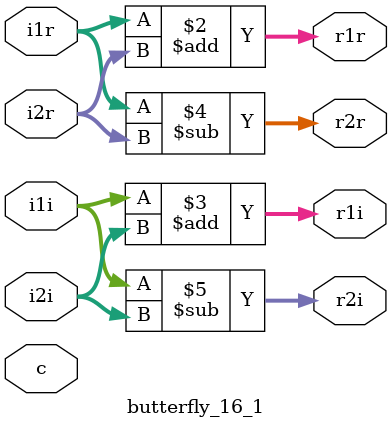
<source format=v>
`timescale 1ns / 1ps

module butterfly_16_1(i1r,i1i,i2r,i2i,c,r1r,r1i,r2r,r2i);
input [0:15]i1r;
input [0:15]i1i;
input [0:15]i2r;
input [0:15]i2i;
input c;
output reg signed [0:15]r1r;
output reg signed [0:15]r2r;
output reg signed [0:15]r1i;
output reg signed [0:15]r2i;

always@(*) 
begin

 r1r <= i1r + i2r;			//real
 r1i <= i1i + i2i;		//imag
 r2r <= i1r - i2r;			//real
 r2i <= i1i - i2i;		//imag
end

endmodule

</source>
